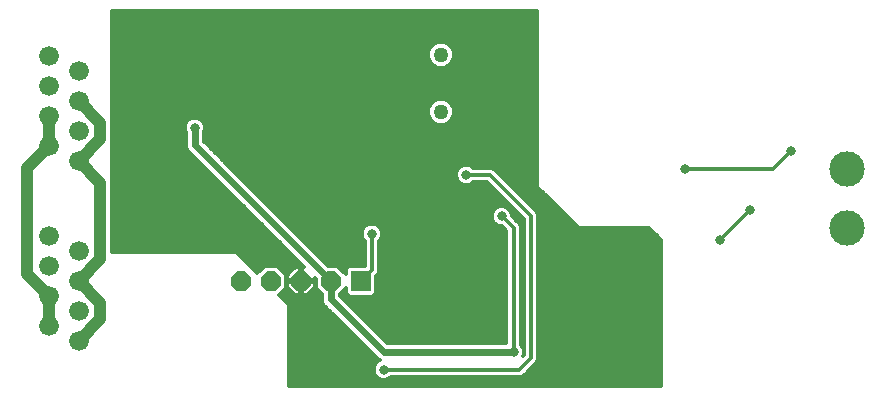
<source format=gbl>
G75*
%MOIN*%
%OFA0B0*%
%FSLAX25Y25*%
%IPPOS*%
%LPD*%
%AMOC8*
5,1,8,0,0,1.08239X$1,22.5*
%
%ADD10R,0.06600X0.06600*%
%ADD11OC8,0.06600*%
%ADD12C,0.05000*%
%ADD13C,0.06600*%
%ADD14C,0.11811*%
%ADD15C,0.01200*%
%ADD16C,0.03150*%
%ADD17C,0.02362*%
%ADD18C,0.01181*%
%ADD19C,0.03937*%
D10*
X0161155Y0058146D03*
D11*
X0151155Y0058146D03*
X0141155Y0058146D03*
X0131155Y0058146D03*
X0121155Y0058146D03*
D12*
X0187809Y0114591D03*
X0187809Y0133591D03*
D13*
X0067100Y0038205D03*
X0057100Y0043205D03*
X0067100Y0048205D03*
X0057100Y0053205D03*
X0067100Y0058205D03*
X0057100Y0063205D03*
X0067100Y0068205D03*
X0057100Y0073205D03*
X0067100Y0098205D03*
X0057100Y0103205D03*
X0067100Y0108205D03*
X0057100Y0113205D03*
X0067100Y0118205D03*
X0057100Y0123205D03*
X0067100Y0128205D03*
X0057100Y0133205D03*
D14*
X0323045Y0095547D03*
X0323045Y0075862D03*
D15*
X0261234Y0071925D02*
X0261234Y0023313D01*
X0137218Y0023313D01*
X0137218Y0050272D01*
X0133856Y0053634D01*
X0136255Y0056033D01*
X0136255Y0060258D01*
X0133268Y0063246D01*
X0129043Y0063246D01*
X0126643Y0060846D01*
X0119502Y0067988D01*
X0078163Y0067988D01*
X0078163Y0148097D01*
X0219895Y0148097D01*
X0219895Y0089642D01*
X0233675Y0075862D01*
X0257297Y0075862D01*
X0261234Y0071925D01*
X0260879Y0072280D02*
X0220317Y0072280D01*
X0220317Y0071082D02*
X0261234Y0071082D01*
X0261234Y0069883D02*
X0220317Y0069883D01*
X0220317Y0068685D02*
X0261234Y0068685D01*
X0261234Y0067486D02*
X0220317Y0067486D01*
X0220317Y0066288D02*
X0261234Y0066288D01*
X0261234Y0065089D02*
X0220317Y0065089D01*
X0220317Y0063891D02*
X0261234Y0063891D01*
X0261234Y0062692D02*
X0220317Y0062692D01*
X0220317Y0061493D02*
X0261234Y0061493D01*
X0261234Y0060295D02*
X0220317Y0060295D01*
X0220317Y0059096D02*
X0261234Y0059096D01*
X0261234Y0057898D02*
X0220317Y0057898D01*
X0220317Y0056699D02*
X0261234Y0056699D01*
X0261234Y0055501D02*
X0220317Y0055501D01*
X0220317Y0054302D02*
X0261234Y0054302D01*
X0261234Y0053104D02*
X0220317Y0053104D01*
X0220317Y0051905D02*
X0261234Y0051905D01*
X0261234Y0050707D02*
X0220317Y0050707D01*
X0220317Y0049508D02*
X0261234Y0049508D01*
X0261234Y0048310D02*
X0220317Y0048310D01*
X0220317Y0047111D02*
X0261234Y0047111D01*
X0261234Y0045913D02*
X0220317Y0045913D01*
X0220317Y0044714D02*
X0261234Y0044714D01*
X0261234Y0043516D02*
X0220317Y0043516D01*
X0220317Y0042317D02*
X0261234Y0042317D01*
X0261234Y0041119D02*
X0220317Y0041119D01*
X0220317Y0039920D02*
X0261234Y0039920D01*
X0261234Y0038722D02*
X0220317Y0038722D01*
X0220317Y0037523D02*
X0261234Y0037523D01*
X0261234Y0036325D02*
X0220317Y0036325D01*
X0220317Y0035126D02*
X0261234Y0035126D01*
X0261234Y0033928D02*
X0220317Y0033928D01*
X0220317Y0032729D02*
X0261234Y0032729D01*
X0261234Y0031531D02*
X0220090Y0031531D01*
X0219953Y0031201D02*
X0220317Y0032080D01*
X0220317Y0080275D01*
X0219953Y0081153D01*
X0219281Y0081826D01*
X0205501Y0095605D01*
X0204623Y0095969D01*
X0198655Y0095969D01*
X0198185Y0096440D01*
X0196945Y0096954D01*
X0195602Y0096954D01*
X0194362Y0096440D01*
X0193412Y0095490D01*
X0192898Y0094250D01*
X0192898Y0092907D01*
X0193412Y0091667D01*
X0194362Y0090718D01*
X0195602Y0090204D01*
X0196945Y0090204D01*
X0198185Y0090718D01*
X0198655Y0091188D01*
X0203157Y0091188D01*
X0215536Y0078809D01*
X0215536Y0033545D01*
X0215080Y0033089D01*
X0215396Y0033852D01*
X0215396Y0035195D01*
X0214882Y0036435D01*
X0214412Y0036906D01*
X0214412Y0076338D01*
X0214048Y0077216D01*
X0211459Y0079805D01*
X0211459Y0080470D01*
X0210945Y0081711D01*
X0209996Y0082660D01*
X0208756Y0083174D01*
X0207413Y0083174D01*
X0206173Y0082660D01*
X0205223Y0081711D01*
X0204709Y0080470D01*
X0204709Y0079128D01*
X0205223Y0077888D01*
X0206173Y0076938D01*
X0207413Y0076424D01*
X0208078Y0076424D01*
X0209631Y0074872D01*
X0209631Y0037505D01*
X0169949Y0037505D01*
X0154136Y0053317D01*
X0154136Y0053914D01*
X0156055Y0055833D01*
X0156055Y0054100D01*
X0157110Y0053046D01*
X0165201Y0053046D01*
X0166255Y0054100D01*
X0166255Y0059865D01*
X0166804Y0060414D01*
X0167168Y0061292D01*
X0167168Y0071512D01*
X0167638Y0071982D01*
X0168152Y0073222D01*
X0168152Y0074565D01*
X0167638Y0075805D01*
X0166689Y0076755D01*
X0165448Y0077268D01*
X0164106Y0077268D01*
X0162865Y0076755D01*
X0161916Y0075805D01*
X0161402Y0074565D01*
X0161402Y0073222D01*
X0161916Y0071982D01*
X0162387Y0071512D01*
X0162387Y0063246D01*
X0157110Y0063246D01*
X0156055Y0062191D01*
X0156055Y0060458D01*
X0153268Y0063246D01*
X0150271Y0063246D01*
X0108703Y0104814D01*
X0108703Y0107705D01*
X0109097Y0108655D01*
X0109097Y0109998D01*
X0108583Y0111238D01*
X0107634Y0112188D01*
X0106393Y0112702D01*
X0105051Y0112702D01*
X0103810Y0112188D01*
X0102861Y0111238D01*
X0102347Y0109998D01*
X0102347Y0108655D01*
X0102741Y0107705D01*
X0102741Y0102986D01*
X0103195Y0101890D01*
X0142252Y0062833D01*
X0141441Y0062833D01*
X0141441Y0058432D01*
X0140869Y0058432D01*
X0140869Y0062833D01*
X0139214Y0062833D01*
X0136468Y0060087D01*
X0136468Y0058431D01*
X0140869Y0058431D01*
X0140869Y0057860D01*
X0136468Y0057860D01*
X0136468Y0056204D01*
X0139214Y0053458D01*
X0140869Y0053458D01*
X0140869Y0057860D01*
X0141441Y0057860D01*
X0141441Y0058431D01*
X0145843Y0058431D01*
X0145843Y0059242D01*
X0146055Y0059030D01*
X0146055Y0056033D01*
X0148174Y0053914D01*
X0148174Y0051490D01*
X0148628Y0050394D01*
X0167026Y0031996D01*
X0167538Y0031784D01*
X0166802Y0031479D01*
X0165853Y0030530D01*
X0165339Y0029289D01*
X0165339Y0027947D01*
X0165853Y0026706D01*
X0166802Y0025757D01*
X0168043Y0025243D01*
X0169385Y0025243D01*
X0170626Y0025757D01*
X0171096Y0026228D01*
X0214465Y0026228D01*
X0215344Y0026591D01*
X0216016Y0027264D01*
X0219953Y0031201D01*
X0219085Y0030332D02*
X0261234Y0030332D01*
X0261234Y0029134D02*
X0217886Y0029134D01*
X0216688Y0027935D02*
X0261234Y0027935D01*
X0261234Y0026737D02*
X0215489Y0026737D01*
X0215396Y0033928D02*
X0215536Y0033928D01*
X0215536Y0035126D02*
X0215396Y0035126D01*
X0215536Y0036325D02*
X0214928Y0036325D01*
X0214412Y0037523D02*
X0215536Y0037523D01*
X0215536Y0038722D02*
X0214412Y0038722D01*
X0214412Y0039920D02*
X0215536Y0039920D01*
X0215536Y0041119D02*
X0214412Y0041119D01*
X0214412Y0042317D02*
X0215536Y0042317D01*
X0215536Y0043516D02*
X0214412Y0043516D01*
X0214412Y0044714D02*
X0215536Y0044714D01*
X0215536Y0045913D02*
X0214412Y0045913D01*
X0214412Y0047111D02*
X0215536Y0047111D01*
X0215536Y0048310D02*
X0214412Y0048310D01*
X0214412Y0049508D02*
X0215536Y0049508D01*
X0215536Y0050707D02*
X0214412Y0050707D01*
X0214412Y0051905D02*
X0215536Y0051905D01*
X0215536Y0053104D02*
X0214412Y0053104D01*
X0214412Y0054302D02*
X0215536Y0054302D01*
X0215536Y0055501D02*
X0214412Y0055501D01*
X0214412Y0056699D02*
X0215536Y0056699D01*
X0215536Y0057898D02*
X0214412Y0057898D01*
X0214412Y0059096D02*
X0215536Y0059096D01*
X0215536Y0060295D02*
X0214412Y0060295D01*
X0214412Y0061493D02*
X0215536Y0061493D01*
X0215536Y0062692D02*
X0214412Y0062692D01*
X0214412Y0063891D02*
X0215536Y0063891D01*
X0215536Y0065089D02*
X0214412Y0065089D01*
X0214412Y0066288D02*
X0215536Y0066288D01*
X0215536Y0067486D02*
X0214412Y0067486D01*
X0214412Y0068685D02*
X0215536Y0068685D01*
X0215536Y0069883D02*
X0214412Y0069883D01*
X0214412Y0071082D02*
X0215536Y0071082D01*
X0215536Y0072280D02*
X0214412Y0072280D01*
X0214412Y0073479D02*
X0215536Y0073479D01*
X0215536Y0074677D02*
X0214412Y0074677D01*
X0214412Y0075876D02*
X0215536Y0075876D01*
X0215536Y0077074D02*
X0214107Y0077074D01*
X0212992Y0078273D02*
X0215536Y0078273D01*
X0214874Y0079471D02*
X0211793Y0079471D01*
X0211377Y0080670D02*
X0213676Y0080670D01*
X0212477Y0081868D02*
X0210788Y0081868D01*
X0211279Y0083067D02*
X0209015Y0083067D01*
X0210080Y0084265D02*
X0129252Y0084265D01*
X0130450Y0083067D02*
X0207154Y0083067D01*
X0205381Y0081868D02*
X0131649Y0081868D01*
X0132847Y0080670D02*
X0204792Y0080670D01*
X0204709Y0079471D02*
X0134046Y0079471D01*
X0135244Y0078273D02*
X0205064Y0078273D01*
X0206037Y0077074D02*
X0165918Y0077074D01*
X0167568Y0075876D02*
X0208627Y0075876D01*
X0209631Y0074677D02*
X0168106Y0074677D01*
X0168152Y0073479D02*
X0209631Y0073479D01*
X0209631Y0072280D02*
X0167762Y0072280D01*
X0167168Y0071082D02*
X0209631Y0071082D01*
X0209631Y0069883D02*
X0167168Y0069883D01*
X0167168Y0068685D02*
X0209631Y0068685D01*
X0209631Y0067486D02*
X0167168Y0067486D01*
X0167168Y0066288D02*
X0209631Y0066288D01*
X0209631Y0065089D02*
X0167168Y0065089D01*
X0167168Y0063891D02*
X0209631Y0063891D01*
X0209631Y0062692D02*
X0167168Y0062692D01*
X0167168Y0061493D02*
X0209631Y0061493D01*
X0209631Y0060295D02*
X0166685Y0060295D01*
X0166255Y0059096D02*
X0209631Y0059096D01*
X0209631Y0057898D02*
X0166255Y0057898D01*
X0166255Y0056699D02*
X0209631Y0056699D01*
X0209631Y0055501D02*
X0166255Y0055501D01*
X0166255Y0054302D02*
X0209631Y0054302D01*
X0209631Y0053104D02*
X0165259Y0053104D01*
X0157051Y0053104D02*
X0154350Y0053104D01*
X0154524Y0054302D02*
X0156055Y0054302D01*
X0156055Y0055501D02*
X0155723Y0055501D01*
X0155548Y0051905D02*
X0209631Y0051905D01*
X0209631Y0050707D02*
X0156747Y0050707D01*
X0157945Y0049508D02*
X0209631Y0049508D01*
X0209631Y0048310D02*
X0159144Y0048310D01*
X0160342Y0047111D02*
X0209631Y0047111D01*
X0209631Y0045913D02*
X0161541Y0045913D01*
X0162739Y0044714D02*
X0209631Y0044714D01*
X0209631Y0043516D02*
X0163938Y0043516D01*
X0165136Y0042317D02*
X0209631Y0042317D01*
X0209631Y0041119D02*
X0166335Y0041119D01*
X0167533Y0039920D02*
X0209631Y0039920D01*
X0209631Y0038722D02*
X0168732Y0038722D01*
X0169930Y0037523D02*
X0209631Y0037523D01*
X0170097Y0025538D02*
X0261234Y0025538D01*
X0261234Y0024340D02*
X0137218Y0024340D01*
X0137218Y0025538D02*
X0167331Y0025538D01*
X0165841Y0026737D02*
X0137218Y0026737D01*
X0137218Y0027935D02*
X0165344Y0027935D01*
X0165339Y0029134D02*
X0137218Y0029134D01*
X0137218Y0030332D02*
X0165771Y0030332D01*
X0166927Y0031531D02*
X0137218Y0031531D01*
X0137218Y0032729D02*
X0166293Y0032729D01*
X0165094Y0033928D02*
X0137218Y0033928D01*
X0137218Y0035126D02*
X0163896Y0035126D01*
X0162697Y0036325D02*
X0137218Y0036325D01*
X0137218Y0037523D02*
X0161499Y0037523D01*
X0160300Y0038722D02*
X0137218Y0038722D01*
X0137218Y0039920D02*
X0159102Y0039920D01*
X0157903Y0041119D02*
X0137218Y0041119D01*
X0137218Y0042317D02*
X0156705Y0042317D01*
X0155506Y0043516D02*
X0137218Y0043516D01*
X0137218Y0044714D02*
X0154308Y0044714D01*
X0153109Y0045913D02*
X0137218Y0045913D01*
X0137218Y0047111D02*
X0151911Y0047111D01*
X0150712Y0048310D02*
X0137218Y0048310D01*
X0137218Y0049508D02*
X0149513Y0049508D01*
X0148498Y0050707D02*
X0136783Y0050707D01*
X0135584Y0051905D02*
X0148174Y0051905D01*
X0148174Y0053104D02*
X0134386Y0053104D01*
X0134524Y0054302D02*
X0138369Y0054302D01*
X0137171Y0055501D02*
X0135723Y0055501D01*
X0136255Y0056699D02*
X0136468Y0056699D01*
X0136255Y0057898D02*
X0140869Y0057898D01*
X0141441Y0057898D02*
X0146055Y0057898D01*
X0145843Y0057860D02*
X0141441Y0057860D01*
X0141441Y0053458D01*
X0143097Y0053458D01*
X0145843Y0056204D01*
X0145843Y0057860D01*
X0145843Y0056699D02*
X0146055Y0056699D01*
X0146587Y0055501D02*
X0145139Y0055501D01*
X0143941Y0054302D02*
X0147786Y0054302D01*
X0141441Y0054302D02*
X0140869Y0054302D01*
X0140869Y0055501D02*
X0141441Y0055501D01*
X0141441Y0056699D02*
X0140869Y0056699D01*
X0140869Y0059096D02*
X0141441Y0059096D01*
X0141441Y0060295D02*
X0140869Y0060295D01*
X0140869Y0061493D02*
X0141441Y0061493D01*
X0141441Y0062692D02*
X0140869Y0062692D01*
X0141194Y0063891D02*
X0123599Y0063891D01*
X0122401Y0065089D02*
X0139996Y0065089D01*
X0138797Y0066288D02*
X0121202Y0066288D01*
X0120004Y0067486D02*
X0137599Y0067486D01*
X0136400Y0068685D02*
X0078163Y0068685D01*
X0078163Y0069883D02*
X0135202Y0069883D01*
X0134003Y0071082D02*
X0078163Y0071082D01*
X0078163Y0072280D02*
X0132805Y0072280D01*
X0131606Y0073479D02*
X0078163Y0073479D01*
X0078163Y0074677D02*
X0130408Y0074677D01*
X0129209Y0075876D02*
X0078163Y0075876D01*
X0078163Y0077074D02*
X0128011Y0077074D01*
X0126812Y0078273D02*
X0078163Y0078273D01*
X0078163Y0079471D02*
X0125614Y0079471D01*
X0124415Y0080670D02*
X0078163Y0080670D01*
X0078163Y0081868D02*
X0123217Y0081868D01*
X0122018Y0083067D02*
X0078163Y0083067D01*
X0078163Y0084265D02*
X0120820Y0084265D01*
X0119621Y0085464D02*
X0078163Y0085464D01*
X0078163Y0086662D02*
X0118423Y0086662D01*
X0117224Y0087861D02*
X0078163Y0087861D01*
X0078163Y0089059D02*
X0116026Y0089059D01*
X0114827Y0090258D02*
X0078163Y0090258D01*
X0078163Y0091456D02*
X0113629Y0091456D01*
X0112430Y0092655D02*
X0078163Y0092655D01*
X0078163Y0093853D02*
X0111232Y0093853D01*
X0110033Y0095052D02*
X0078163Y0095052D01*
X0078163Y0096250D02*
X0108835Y0096250D01*
X0107636Y0097449D02*
X0078163Y0097449D01*
X0078163Y0098647D02*
X0106438Y0098647D01*
X0105239Y0099846D02*
X0078163Y0099846D01*
X0078163Y0101044D02*
X0104041Y0101044D01*
X0103049Y0102243D02*
X0078163Y0102243D01*
X0078163Y0103441D02*
X0102741Y0103441D01*
X0102741Y0104640D02*
X0078163Y0104640D01*
X0078163Y0105838D02*
X0102741Y0105838D01*
X0102741Y0107037D02*
X0078163Y0107037D01*
X0078163Y0108235D02*
X0102521Y0108235D01*
X0102347Y0109434D02*
X0078163Y0109434D01*
X0078163Y0110632D02*
X0102610Y0110632D01*
X0103454Y0111831D02*
X0078163Y0111831D01*
X0078163Y0113029D02*
X0183801Y0113029D01*
X0183509Y0113735D02*
X0184163Y0112155D01*
X0185373Y0110945D01*
X0186953Y0110291D01*
X0188664Y0110291D01*
X0190244Y0110945D01*
X0191454Y0112155D01*
X0192109Y0113735D01*
X0192109Y0115446D01*
X0191454Y0117026D01*
X0190244Y0118236D01*
X0188664Y0118891D01*
X0186953Y0118891D01*
X0185373Y0118236D01*
X0184163Y0117026D01*
X0183509Y0115446D01*
X0183509Y0113735D01*
X0183509Y0114228D02*
X0078163Y0114228D01*
X0078163Y0115426D02*
X0183509Y0115426D01*
X0183997Y0116625D02*
X0078163Y0116625D01*
X0078163Y0117824D02*
X0184961Y0117824D01*
X0190657Y0117824D02*
X0219895Y0117824D01*
X0219895Y0119022D02*
X0078163Y0119022D01*
X0078163Y0120221D02*
X0219895Y0120221D01*
X0219895Y0121419D02*
X0078163Y0121419D01*
X0078163Y0122618D02*
X0219895Y0122618D01*
X0219895Y0123816D02*
X0078163Y0123816D01*
X0078163Y0125015D02*
X0219895Y0125015D01*
X0219895Y0126213D02*
X0078163Y0126213D01*
X0078163Y0127412D02*
X0219895Y0127412D01*
X0219895Y0128610D02*
X0078163Y0128610D01*
X0078163Y0129809D02*
X0185703Y0129809D01*
X0185373Y0129945D02*
X0186953Y0129291D01*
X0188664Y0129291D01*
X0190244Y0129945D01*
X0191454Y0131155D01*
X0192109Y0132735D01*
X0192109Y0134446D01*
X0191454Y0136026D01*
X0190244Y0137236D01*
X0188664Y0137891D01*
X0186953Y0137891D01*
X0185373Y0137236D01*
X0184163Y0136026D01*
X0183509Y0134446D01*
X0183509Y0132735D01*
X0184163Y0131155D01*
X0185373Y0129945D01*
X0184311Y0131007D02*
X0078163Y0131007D01*
X0078163Y0132206D02*
X0183728Y0132206D01*
X0183509Y0133404D02*
X0078163Y0133404D01*
X0078163Y0134603D02*
X0183574Y0134603D01*
X0184070Y0135801D02*
X0078163Y0135801D01*
X0078163Y0137000D02*
X0185137Y0137000D01*
X0190481Y0137000D02*
X0219895Y0137000D01*
X0219895Y0138198D02*
X0078163Y0138198D01*
X0078163Y0139397D02*
X0219895Y0139397D01*
X0219895Y0140595D02*
X0078163Y0140595D01*
X0078163Y0141794D02*
X0219895Y0141794D01*
X0219895Y0142992D02*
X0078163Y0142992D01*
X0078163Y0144191D02*
X0219895Y0144191D01*
X0219895Y0145389D02*
X0078163Y0145389D01*
X0078163Y0146588D02*
X0219895Y0146588D01*
X0219895Y0147786D02*
X0078163Y0147786D01*
X0107991Y0111831D02*
X0184487Y0111831D01*
X0186128Y0110632D02*
X0108834Y0110632D01*
X0109097Y0109434D02*
X0219895Y0109434D01*
X0219895Y0110632D02*
X0189489Y0110632D01*
X0191130Y0111831D02*
X0219895Y0111831D01*
X0219895Y0113029D02*
X0191816Y0113029D01*
X0192109Y0114228D02*
X0219895Y0114228D01*
X0219895Y0115426D02*
X0192109Y0115426D01*
X0191620Y0116625D02*
X0219895Y0116625D01*
X0219895Y0108235D02*
X0108923Y0108235D01*
X0108703Y0107037D02*
X0219895Y0107037D01*
X0219895Y0105838D02*
X0108703Y0105838D01*
X0108877Y0104640D02*
X0219895Y0104640D01*
X0219895Y0103441D02*
X0110075Y0103441D01*
X0111274Y0102243D02*
X0219895Y0102243D01*
X0219895Y0101044D02*
X0112472Y0101044D01*
X0113671Y0099846D02*
X0219895Y0099846D01*
X0219895Y0098647D02*
X0114869Y0098647D01*
X0116068Y0097449D02*
X0219895Y0097449D01*
X0219895Y0096250D02*
X0198374Y0096250D01*
X0194172Y0096250D02*
X0117266Y0096250D01*
X0118465Y0095052D02*
X0193231Y0095052D01*
X0192898Y0093853D02*
X0119663Y0093853D01*
X0120862Y0092655D02*
X0193003Y0092655D01*
X0193623Y0091456D02*
X0122060Y0091456D01*
X0123259Y0090258D02*
X0195472Y0090258D01*
X0197074Y0090258D02*
X0204087Y0090258D01*
X0205286Y0089059D02*
X0124457Y0089059D01*
X0125656Y0087861D02*
X0206484Y0087861D01*
X0207683Y0086662D02*
X0126854Y0086662D01*
X0128053Y0085464D02*
X0208882Y0085464D01*
X0213246Y0087861D02*
X0221676Y0087861D01*
X0220478Y0089059D02*
X0212047Y0089059D01*
X0210849Y0090258D02*
X0219895Y0090258D01*
X0219895Y0091456D02*
X0209650Y0091456D01*
X0208452Y0092655D02*
X0219895Y0092655D01*
X0219895Y0093853D02*
X0207253Y0093853D01*
X0206055Y0095052D02*
X0219895Y0095052D01*
X0222875Y0086662D02*
X0214445Y0086662D01*
X0215643Y0085464D02*
X0224073Y0085464D01*
X0225272Y0084265D02*
X0216842Y0084265D01*
X0218040Y0083067D02*
X0226470Y0083067D01*
X0227669Y0081868D02*
X0219239Y0081868D01*
X0220154Y0080670D02*
X0228867Y0080670D01*
X0230066Y0079471D02*
X0220317Y0079471D01*
X0220317Y0078273D02*
X0231264Y0078273D01*
X0232463Y0077074D02*
X0220317Y0077074D01*
X0220317Y0075876D02*
X0233661Y0075876D01*
X0220317Y0074677D02*
X0258482Y0074677D01*
X0259680Y0073479D02*
X0220317Y0073479D01*
X0163637Y0077074D02*
X0136443Y0077074D01*
X0137641Y0075876D02*
X0161986Y0075876D01*
X0161449Y0074677D02*
X0138840Y0074677D01*
X0140038Y0073479D02*
X0161402Y0073479D01*
X0161793Y0072280D02*
X0141237Y0072280D01*
X0142435Y0071082D02*
X0162387Y0071082D01*
X0162387Y0069883D02*
X0143634Y0069883D01*
X0144832Y0068685D02*
X0162387Y0068685D01*
X0162387Y0067486D02*
X0146031Y0067486D01*
X0147229Y0066288D02*
X0162387Y0066288D01*
X0162387Y0065089D02*
X0148428Y0065089D01*
X0149626Y0063891D02*
X0162387Y0063891D01*
X0156556Y0062692D02*
X0153821Y0062692D01*
X0155020Y0061493D02*
X0156055Y0061493D01*
X0145988Y0059096D02*
X0145843Y0059096D01*
X0139072Y0062692D02*
X0133821Y0062692D01*
X0135020Y0061493D02*
X0137874Y0061493D01*
X0136675Y0060295D02*
X0136218Y0060295D01*
X0136255Y0059096D02*
X0136468Y0059096D01*
X0128489Y0062692D02*
X0124798Y0062692D01*
X0125996Y0061493D02*
X0127290Y0061493D01*
X0189915Y0129809D02*
X0219895Y0129809D01*
X0219895Y0131007D02*
X0191306Y0131007D01*
X0191889Y0132206D02*
X0219895Y0132206D01*
X0219895Y0133404D02*
X0192109Y0133404D01*
X0192044Y0134603D02*
X0219895Y0134603D01*
X0219895Y0135801D02*
X0191547Y0135801D01*
D16*
X0176588Y0140823D03*
X0125407Y0121138D03*
X0105722Y0132949D03*
X0095880Y0113264D03*
X0105722Y0109327D03*
X0147061Y0111295D03*
X0176588Y0103421D03*
X0196273Y0093579D03*
X0164777Y0085705D03*
X0164777Y0073894D03*
X0184462Y0062083D03*
X0206116Y0050272D03*
X0184462Y0040429D03*
X0212021Y0034524D03*
X0241549Y0034524D03*
X0168714Y0028618D03*
X0147061Y0038461D03*
X0241549Y0067988D03*
X0208084Y0079799D03*
X0269108Y0095547D03*
X0290761Y0081768D03*
X0280919Y0071925D03*
X0304541Y0101453D03*
X0103754Y0083736D03*
D17*
X0105722Y0103579D02*
X0151155Y0058146D01*
X0151155Y0052083D01*
X0168714Y0034524D01*
X0212021Y0034524D01*
X0105722Y0103579D02*
X0105722Y0109327D01*
D18*
X0164777Y0073894D02*
X0164777Y0061768D01*
X0161155Y0058146D01*
X0208084Y0079799D02*
X0212021Y0075862D01*
X0212021Y0034524D01*
X0217927Y0032555D02*
X0213990Y0028618D01*
X0168714Y0028618D01*
X0217927Y0032555D02*
X0217927Y0079799D01*
X0204147Y0093579D01*
X0196273Y0093579D01*
X0269108Y0095547D02*
X0298635Y0095547D01*
X0304541Y0101453D01*
X0290761Y0081768D02*
X0280919Y0071925D01*
D19*
X0074228Y0065433D02*
X0067100Y0058205D01*
X0074228Y0050976D01*
X0074228Y0045433D01*
X0067100Y0038205D01*
X0057100Y0043205D02*
X0057100Y0053205D01*
X0049828Y0060476D01*
X0049828Y0095933D01*
X0057100Y0103205D01*
X0057100Y0113205D01*
X0067100Y0118205D02*
X0074228Y0110976D01*
X0074228Y0105433D01*
X0067100Y0098205D01*
X0074228Y0090976D01*
X0074228Y0065433D01*
M02*

</source>
